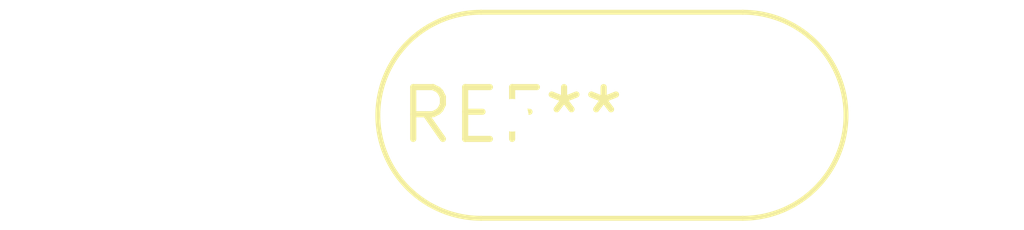
<source format=kicad_pcb>
(kicad_pcb (version 20240108) (generator pcbnew)
  (layers (0 "F.Cu" signal) (31 "B.Cu" signal) (34 "B.Paste" user) (35 "F.Paste" user) (36 "B.SilkS" user "B.Silkscreen") (37 "F.SilkS" user "F.Silkscreen") (38 "B.Mask" user) (39 "F.Mask" user) (44 "Edge.Cuts" user))
  (net 0 "")
  (footprint "Crystal_HC49-4H_Vertical" (layer "F.Cu") (at 0 0)
    (property "Reference" "REF**")
    (property "Value" "Crystal_HC49-4H_Vertical")
    (fp_line (start -0.76 -2.525) (end 5.64 -2.525) (layer "F.SilkS") (stroke (width 0.12)))
    (fp_line (start -0.76 2.525) (end 5.64 2.525) (layer "F.SilkS") (stroke (width 0.12)))
    (fp_arc (start -0.76 2.525) (mid -3.285 0) (end -0.76 -2.525) (layer "F.SilkS") (stroke (width 0.12)))
    (fp_arc (start 5.64 -2.525) (mid 8.165 0) (end 5.64 2.525) (layer "F.SilkS") (stroke (width 0.12)))
    (pad "1" thru_hole circle (at 0 0) (size 1.5 1.5) (drill 0.8) (layers *.Cu *.Mask) (remove_unused_layers))
    (pad "2" thru_hole circle (at 4.88 0) (size 1.5 1.5) (drill 0.8) (layers *.Cu *.Mask) (remove_unused_layers))
  )
)
</source>
